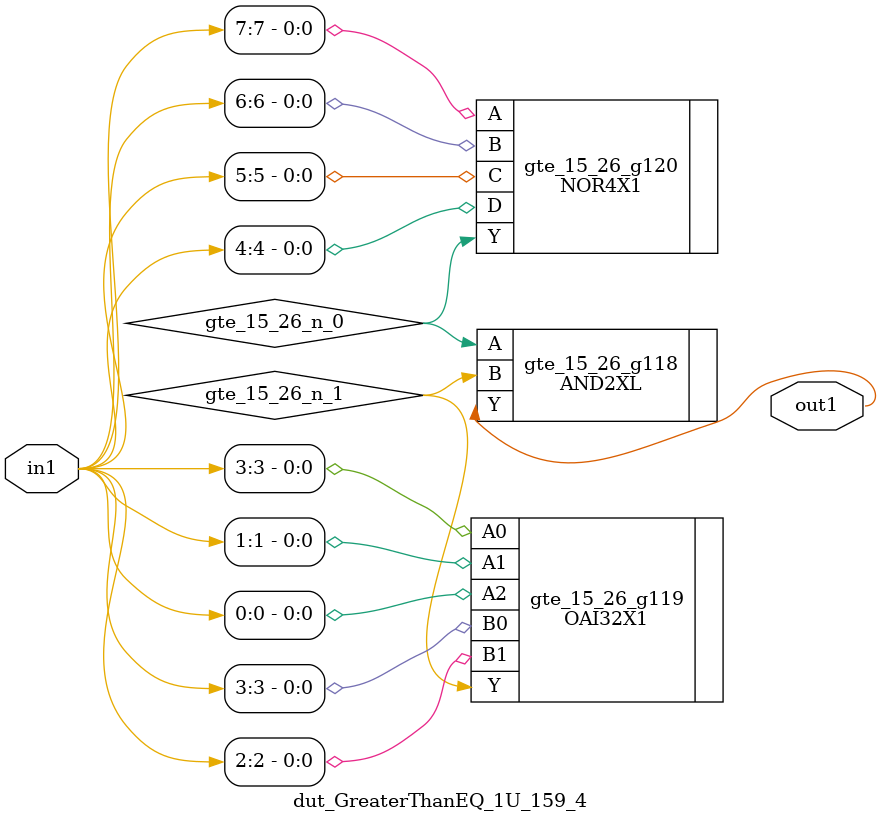
<source format=v>
`timescale 1ps / 1ps


module dut_GreaterThanEQ_1U_159_4(in1, out1);
  input [7:0] in1;
  output out1;
  wire [7:0] in1;
  wire out1;
  wire gte_15_26_n_0, gte_15_26_n_1;
  AND2XL gte_15_26_g118(.A (gte_15_26_n_0), .B (gte_15_26_n_1), .Y
       (out1));
  OAI32X1 gte_15_26_g119(.A0 (in1[3]), .A1 (in1[1]), .A2 (in1[0]), .B0
       (in1[3]), .B1 (in1[2]), .Y (gte_15_26_n_1));
  NOR4X1 gte_15_26_g120(.A (in1[7]), .B (in1[6]), .C (in1[5]), .D
       (in1[4]), .Y (gte_15_26_n_0));
endmodule



</source>
